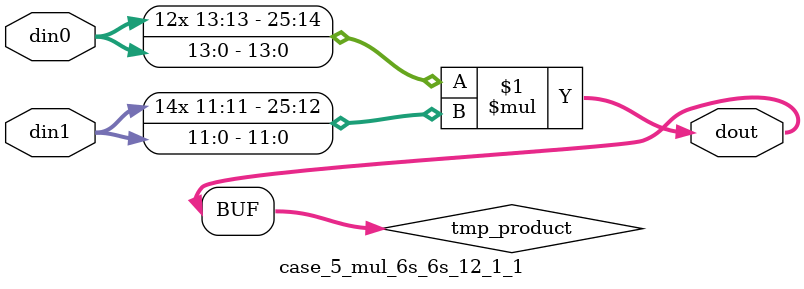
<source format=v>

`timescale 1 ns / 1 ps

 (* use_dsp = "no" *)  module case_5_mul_6s_6s_12_1_1(din0, din1, dout);
parameter ID = 1;
parameter NUM_STAGE = 0;
parameter din0_WIDTH = 14;
parameter din1_WIDTH = 12;
parameter dout_WIDTH = 26;

input [din0_WIDTH - 1 : 0] din0; 
input [din1_WIDTH - 1 : 0] din1; 
output [dout_WIDTH - 1 : 0] dout;

wire signed [dout_WIDTH - 1 : 0] tmp_product;



























assign tmp_product = $signed(din0) * $signed(din1);








assign dout = tmp_product;





















endmodule

</source>
